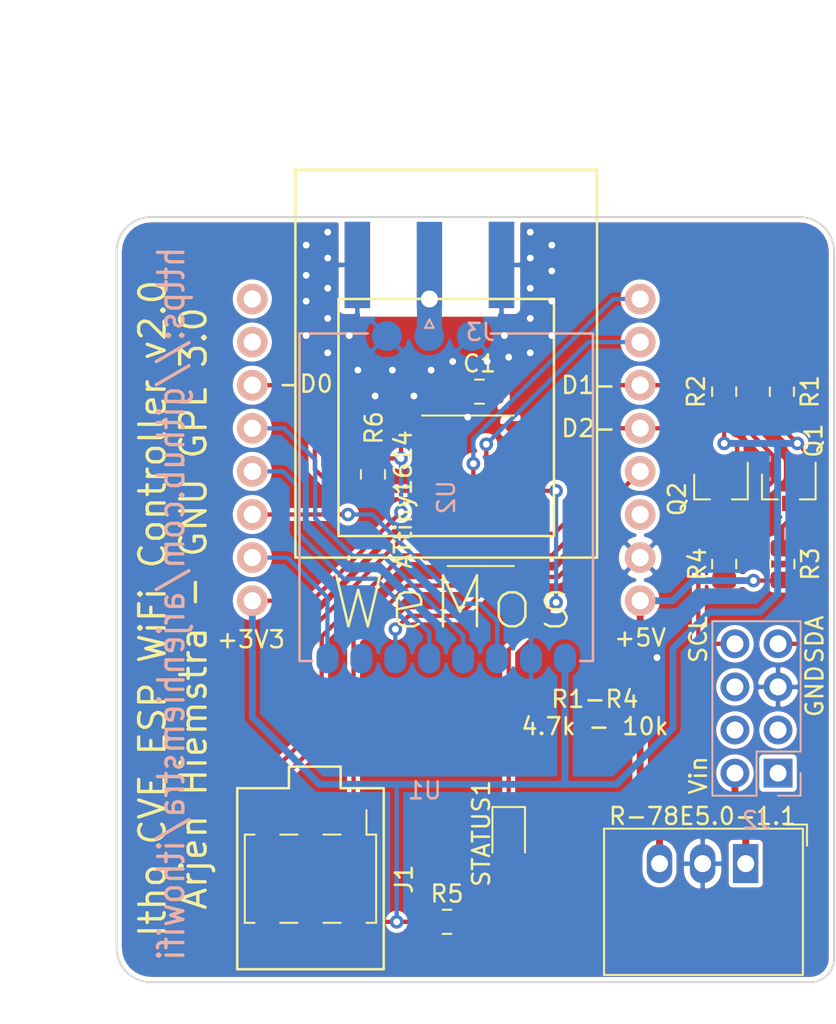
<source format=kicad_pcb>
(kicad_pcb (version 20171130) (host pcbnew "(5.1.5-0-10_14)")
  (layers (0 F.Cu signal) (31 B.Cu signal) (34 B.Paste user) (35 F.Paste user) (36 B.SilkS user) (37 F.SilkS user) (38 B.Mask user) (39 F.Mask user) (44 Edge.Cuts user))
  (net 0 "")
  (net 1 GND)
  (net 2 +5V)
  (net 3 +3V3)
  (net 4 +16V3)
  (net 5 "Net-(J1-Pad3)")
  (net 6 "Net-(U1-Pad9)")
  (net 7 "Net-(U1-Pad10)")
  (net 8 "Net-(U1-Pad3)")
  (net 9 SDA)
  (net 10 SCL)
  (net 11 "Net-(J2-Pad4)")
  (net 12 "Net-(J2-Pad3)")
  (net 13 "Net-(J2-Pad1)")
  (net 14 "Net-(J2-Pad6)")
  (net 15 "Net-(ATtiny1614-Pad13)")
  (net 16 "Net-(ATtiny1614-Pad12)")
  (net 17 "Net-(ATtiny1614-Pad11)")
  (net 18 "Net-(ATtiny1614-Pad10)")
  (net 19 "Net-(ATtiny1614-Pad9)")
  (net 20 "Net-(ATtiny1614-Pad8)")
  (net 21 "Net-(ATtiny1614-Pad7)")
  (net 22 "Net-(ATtiny1614-Pad6)")
  (net 23 "Net-(ATtiny1614-Pad5)")
  (net 24 "Net-(ATtiny1614-Pad4)")
  (net 25 "Net-(ATtiny1614-Pad3)")
  (net 26 "Net-(ATtiny1614-Pad2)")
  (net 27 "Net-(R5-Pad2)")
  (net 28 CLK)
  (net 29 MISO)
  (net 30 MOSI)
  (net 31 CS)
  (net 32 IRQ)
  (net 33 "Net-(J3-Pad1)")
  (net 34 "Net-(U2-Pad7)")
  (module MountingHole:MountingHole_2.5mm_Pad (layer F.Cu) (at 101.4984 109.855)
    (fp_text reference REF** hide)
    (fp_text value MountingHole_2.5mm_Pad hide)
    (pad 1 thru_hole circle (at 0 0) (size 1.4 1.4) (drill 1) (layers *.Cu *.Mask))
  )
  (module Connector_Coaxial:SMA_Amphenol_132289_EdgeMount (layer B.Cu) (at 101.4984 107.8484 90)
    (fp_text reference J3 (at -3.96 3) (layer B.SilkS) (effects (justify mirror)))
    (fp_text value Conn_Coaxial)
    (fp_line (start -3.71 -0.25) (end -3.21 0) (layer B.SilkS) (width 0.12))
    (fp_line (start -3.71 0.25) (end -3.71 -0.25) (layer B.SilkS) (width 0.12))
    (fp_line (start -3.21 0) (end -3.71 0.25) (layer B.SilkS) (width 0.12))
    (pad 2 smd rect (at 0 -4.25) (size 1.5 5.08) (layers F.Cu F.Paste F.Mask) (net 1 GND))
    (pad 2 smd rect (at 0 4.25) (size 1.5 5.08) (layers F.Cu F.Paste F.Mask) (net 1 GND))
    (pad 2 smd rect (at 0 -4.25) (size 1.5 5.08) (layers B.Cu B.Paste B.Mask) (net 1 GND))
    (pad 2 smd rect (at 0 4.25) (size 1.5 5.08) (layers B.Cu B.Paste B.Mask) (net 1 GND))
    (pad 1 smd rect (at 0 0) (size 1.5 5.08) (layers B.Cu B.Paste B.Mask) (net 33 "Net-(J3-Pad1)"))
  )
  (module nrg_watch:CC1101-868MHz-Module (layer B.Cu) (at 102.489 121.539 90)
    (fp_text reference U2 (at 0 0 90) (layer B.SilkS) (effects (justify mirror)))
    (fp_text value CC1101-868MHz-Module)
    (fp_line (start -9.65 8.65) (end 9.65 8.65) (layer B.SilkS) (width 0.15))
    (fp_line (start 9.65 8.65) (end 9.65 2.625) (layer B.SilkS) (width 0.15))
    (fp_line (start 9.65 -4.625) (end 9.65 -8.65) (layer B.SilkS) (width 0.15))
    (fp_line (start 9.65 -8.65) (end -9.65 -8.65) (layer B.SilkS) (width 0.15))
    (fp_line (start -9.65 -8.65) (end -9.65 -7.9) (layer B.SilkS) (width 0.15))
    (fp_line (start -9.65 7.9) (end -9.65 8.65) (layer B.SilkS) (width 0.15))
    (pad 11 smd circle (at 9.5 1.5 90) (size 1.75 1.75) (layers B.Cu B.Paste B.Mask) (net 1 GND))
    (pad 10 smd circle (at 9.5 -1 90) (size 1.75 1.75) (layers B.Cu B.Paste B.Mask) (net 33 "Net-(J3-Pad1)"))
    (pad 9 smd circle (at 9.5 -3.5 90) (size 1.75 1.75) (layers B.Cu B.Paste B.Mask) (net 1 GND))
    (pad 8 smd oval (at -9.5 -7 90) (size 1.75 1.3) (layers B.Cu B.Paste B.Mask) (net 31 CS))
    (pad 7 smd oval (at -9.5 -5 90) (size 1.75 1.3) (layers B.Cu B.Paste B.Mask) (net 34 "Net-(U2-Pad7)"))
    (pad 6 smd oval (at -9.5 -3 90) (size 1.75 1.3) (layers B.Cu B.Paste B.Mask) (net 32 IRQ))
    (pad 5 smd oval (at -9.5 -1 90) (size 1.75 1.3) (layers B.Cu B.Paste B.Mask) (net 29 MISO))
    (pad 4 smd oval (at -9.5 1 90) (size 1.75 1.3) (layers B.Cu B.Paste B.Mask) (net 28 CLK))
    (pad 3 smd oval (at -9.5 3 90) (size 1.75 1.3) (layers B.Cu B.Paste B.Mask) (net 30 MOSI))
    (pad 2 smd oval (at -9.5 5 90) (size 1.75 1.3) (layers B.Cu B.Paste B.Mask) (net 1 GND))
    (pad 1 smd oval (at -9.5 7 90) (size 1.75 1.3) (layers B.Cu B.Paste B.Mask) (net 3 +3V3))
  )
  (module LED_SMD:LED_0805_2012Metric (layer F.Cu) (at 106.172 141.478 270)
    (fp_text reference STATUS1 (at -0.128 1.616 90) (layer F.SilkS))
    (fp_text value LED)
    (fp_line (start -1.685 0.96) (end 1 0.96) (layer F.SilkS) (width 0.12))
    (fp_line (start -1.685 -0.96) (end -1.685 0.96) (layer F.SilkS) (width 0.12))
    (fp_line (start 1 -0.96) (end -1.685 -0.96) (layer F.SilkS) (width 0.12))
    (pad 2 smd roundrect (at 0.9375 0 270) (size 0.975 1.4) (layers F.Cu F.Paste F.Mask) (net 27 "Net-(R5-Pad2)"))
    (pad 1 smd roundrect (at -0.9375 0 270) (size 0.975 1.4) (layers F.Cu F.Paste F.Mask) (net 17 "Net-(ATtiny1614-Pad11)"))
  )
  (module Resistor_SMD:R_0805_2012Metric (layer F.Cu) (at 98.171 120.19 90)
    (fp_text reference R6 (at 2.7404 0.0508 90) (layer F.SilkS))
    (fp_text value R10K)
    (fp_line (start -0.258578 -0.71) (end 0.258578 -0.71) (layer F.SilkS) (width 0.12))
    (fp_line (start -0.258578 0.71) (end 0.258578 0.71) (layer F.SilkS) (width 0.12))
    (pad 1 smd roundrect (at -0.9375 0 90) (size 0.975 1.4) (layers F.Cu F.Paste F.Mask) (net 24 "Net-(ATtiny1614-Pad4)"))
    (pad 2 smd roundrect (at 0.9375 0 90) (size 0.975 1.4) (layers F.Cu F.Paste F.Mask) (net 3 +3V3))
  )
  (module Resistor_SMD:R_0805_2012Metric (layer F.Cu) (at 102.5375 146.558)
    (fp_text reference R5 (at 0 -1.65) (layer F.SilkS))
    (fp_text value R100)
    (fp_line (start -0.258578 0.71) (end 0.258578 0.71) (layer F.SilkS) (width 0.12))
    (fp_line (start -0.258578 -0.71) (end 0.258578 -0.71) (layer F.SilkS) (width 0.12))
    (pad 2 smd roundrect (at 0.9375 0) (size 0.975 1.4) (layers F.Cu F.Paste F.Mask) (net 27 "Net-(R5-Pad2)"))
    (pad 1 smd roundrect (at -0.9375 0) (size 0.975 1.4) (layers F.Cu F.Paste F.Mask) (net 3 +3V3))
  )
  (module Resistor_SMD:R_0805_2012Metric (layer F.Cu) (at 118.872 125.476 270)
    (fp_text reference R4 (at 0 1.5748 90) (layer F.SilkS))
    (fp_text value R10K)
    (fp_line (start -0.258578 0.71) (end 0.258578 0.71) (layer F.SilkS) (width 0.12))
    (fp_line (start -0.258578 -0.71) (end 0.258578 -0.71) (layer F.SilkS) (width 0.12))
    (pad 2 smd roundrect (at 0.9375 0 270) (size 0.975 1.4) (layers F.Cu F.Paste F.Mask) (net 2 +5V))
    (pad 1 smd roundrect (at -0.9375 0 270) (size 0.975 1.4) (layers F.Cu F.Paste F.Mask) (net 10 SCL))
  )
  (module Resistor_SMD:R_0805_2012Metric (layer F.Cu) (at 122.301 125.476 270)
    (fp_text reference R3 (at 0 -1.65 90) (layer F.SilkS))
    (fp_text value R10K)
    (fp_line (start -0.258578 0.71) (end 0.258578 0.71) (layer F.SilkS) (width 0.12))
    (fp_line (start -0.258578 -0.71) (end 0.258578 -0.71) (layer F.SilkS) (width 0.12))
    (pad 2 smd roundrect (at 0.9375 0 270) (size 0.975 1.4) (layers F.Cu F.Paste F.Mask) (net 2 +5V))
    (pad 1 smd roundrect (at -0.9375 0 270) (size 0.975 1.4) (layers F.Cu F.Paste F.Mask) (net 9 SDA))
  )
  (module Resistor_SMD:R_0805_2012Metric (layer F.Cu) (at 118.872 115.313 90)
    (fp_text reference R2 (at 0 -1.65 90) (layer F.SilkS))
    (fp_text value R10K)
    (fp_line (start -0.258578 0.71) (end 0.258578 0.71) (layer F.SilkS) (width 0.12))
    (fp_line (start -0.258578 -0.71) (end 0.258578 -0.71) (layer F.SilkS) (width 0.12))
    (pad 2 smd roundrect (at 0.9375 0 90) (size 0.975 1.4) (layers F.Cu F.Paste F.Mask) (net 19 "Net-(ATtiny1614-Pad9)"))
    (pad 1 smd roundrect (at -0.9375 0 90) (size 0.975 1.4) (layers F.Cu F.Paste F.Mask) (net 3 +3V3))
  )
  (module Resistor_SMD:R_0805_2012Metric (layer F.Cu) (at 122.2756 115.313 270)
    (fp_text reference R1 (at 0 -1.65 90) (layer F.SilkS))
    (fp_text value R10K)
    (fp_line (start -0.258578 0.71) (end 0.258578 0.71) (layer F.SilkS) (width 0.12))
    (fp_line (start -0.258578 -0.71) (end 0.258578 -0.71) (layer F.SilkS) (width 0.12))
    (pad 2 smd roundrect (at 0.9375 0 270) (size 0.975 1.4) (layers F.Cu F.Paste F.Mask) (net 3 +3V3))
    (pad 1 smd roundrect (at -0.9375 0 270) (size 0.975 1.4) (layers F.Cu F.Paste F.Mask) (net 20 "Net-(ATtiny1614-Pad8)"))
  )
  (module Inductor_SMD:L_0805_2012Metric (layer F.Cu) (at 104.45 115.316)
    (fp_text reference C1 (at 0 -1.65) (layer F.SilkS))
    (fp_text value 0,1uF)
    (fp_line (start -0.258578 -0.71) (end 0.258578 -0.71) (layer F.SilkS) (width 0.12))
    (fp_line (start -0.258578 0.71) (end 0.258578 0.71) (layer F.SilkS) (width 0.12))
    (pad 1 smd roundrect (at -0.9375 0) (size 0.975 1.4) (layers F.Cu F.Paste F.Mask) (net 3 +3V3))
    (pad 2 smd roundrect (at 0.9375 0) (size 0.975 1.4) (layers F.Cu F.Paste F.Mask) (net 1 GND))
  )
  (module Package_TO_SOT_SMD:SOT-23 (layer F.Cu) (at 118.684 120.904 270)
    (fp_text reference Q2 (at 0.746 2.584 90) (layer F.SilkS))
    (fp_text value BSS138)
    (fp_line (start 0.76 1.58) (end -0.7 1.58) (layer F.SilkS) (width 0.12))
    (fp_line (start 0.76 -1.58) (end -1.4 -1.58) (layer F.SilkS) (width 0.12))
    (fp_line (start 0.76 -1.58) (end 0.76 -0.65) (layer F.SilkS) (width 0.12))
    (fp_line (start 0.76 1.58) (end 0.76 0.65) (layer F.SilkS) (width 0.12))
    (pad 3 smd rect (at 1 0 270) (size 0.9 0.8) (layers F.Cu F.Paste F.Mask) (net 10 SCL))
    (pad 2 smd rect (at -1 0.95 270) (size 0.9 0.8) (layers F.Cu F.Paste F.Mask) (net 19 "Net-(ATtiny1614-Pad9)"))
    (pad 1 smd rect (at -1 -0.95 270) (size 0.9 0.8) (layers F.Cu F.Paste F.Mask) (net 3 +3V3))
  )
  (module Package_TO_SOT_SMD:SOT-23 (layer F.Cu) (at 122.682 120.904 270)
    (fp_text reference Q1 (at -2.704 -1.468 90) (layer F.SilkS))
    (fp_text value BSS138)
    (fp_line (start 0.76 1.58) (end -0.7 1.58) (layer F.SilkS) (width 0.12))
    (fp_line (start 0.76 -1.58) (end -1.4 -1.58) (layer F.SilkS) (width 0.12))
    (fp_line (start 0.76 -1.58) (end 0.76 -0.65) (layer F.SilkS) (width 0.12))
    (fp_line (start 0.76 1.58) (end 0.76 0.65) (layer F.SilkS) (width 0.12))
    (pad 3 smd rect (at 1 0 270) (size 0.9 0.8) (layers F.Cu F.Paste F.Mask) (net 9 SDA))
    (pad 2 smd rect (at -1 0.95 270) (size 0.9 0.8) (layers F.Cu F.Paste F.Mask) (net 20 "Net-(ATtiny1614-Pad8)"))
    (pad 1 smd rect (at -1 -0.95 270) (size 0.9 0.8) (layers F.Cu F.Paste F.Mask) (net 3 +3V3))
  )
  (module Package_SO:SOIC-14_3.9x8.7mm_P1.27mm (layer F.Cu) (at 104.521 121.158)
    (fp_text reference ATtiny1614 (at -4.572 0.508 90) (layer F.SilkS))
    (fp_text value ATtiny1614-SS)
    (fp_line (start 0 4.435) (end 1.95 4.435) (layer F.SilkS) (width 0.12))
    (fp_line (start 0 4.435) (end -1.95 4.435) (layer F.SilkS) (width 0.12))
    (fp_line (start 0 -4.435) (end 1.95 -4.435) (layer F.SilkS) (width 0.12))
    (fp_line (start 0 -4.435) (end -3.45 -4.435) (layer F.SilkS) (width 0.12))
    (pad 1 smd roundrect (at -2.475 -3.81) (size 1.95 0.6) (layers F.Cu F.Paste F.Mask) (net 3 +3V3))
    (pad 2 smd roundrect (at -2.475 -2.54) (size 1.95 0.6) (layers F.Cu F.Paste F.Mask) (net 26 "Net-(ATtiny1614-Pad2)"))
    (pad 3 smd roundrect (at -2.475 -1.27) (size 1.95 0.6) (layers F.Cu F.Paste F.Mask) (net 25 "Net-(ATtiny1614-Pad3)"))
    (pad 4 smd roundrect (at -2.475 0) (size 1.95 0.6) (layers F.Cu F.Paste F.Mask) (net 24 "Net-(ATtiny1614-Pad4)"))
    (pad 5 smd roundrect (at -2.475 1.27) (size 1.95 0.6) (layers F.Cu F.Paste F.Mask) (net 23 "Net-(ATtiny1614-Pad5)"))
    (pad 6 smd roundrect (at -2.475 2.54) (size 1.95 0.6) (layers F.Cu F.Paste F.Mask) (net 22 "Net-(ATtiny1614-Pad6)"))
    (pad 7 smd roundrect (at -2.475 3.81) (size 1.95 0.6) (layers F.Cu F.Paste F.Mask) (net 21 "Net-(ATtiny1614-Pad7)"))
    (pad 8 smd roundrect (at 2.475 3.81) (size 1.95 0.6) (layers F.Cu F.Paste F.Mask) (net 20 "Net-(ATtiny1614-Pad8)"))
    (pad 9 smd roundrect (at 2.475 2.54) (size 1.95 0.6) (layers F.Cu F.Paste F.Mask) (net 19 "Net-(ATtiny1614-Pad9)"))
    (pad 10 smd roundrect (at 2.475 1.27) (size 1.95 0.6) (layers F.Cu F.Paste F.Mask) (net 18 "Net-(ATtiny1614-Pad10)"))
    (pad 11 smd roundrect (at 2.475 0) (size 1.95 0.6) (layers F.Cu F.Paste F.Mask) (net 17 "Net-(ATtiny1614-Pad11)"))
    (pad 12 smd roundrect (at 2.475 -1.27) (size 1.95 0.6) (layers F.Cu F.Paste F.Mask) (net 16 "Net-(ATtiny1614-Pad12)"))
    (pad 13 smd roundrect (at 2.475 -2.54) (size 1.95 0.6) (layers F.Cu F.Paste F.Mask) (net 15 "Net-(ATtiny1614-Pad13)"))
    (pad 14 smd roundrect (at 2.475 -3.81) (size 1.95 0.6) (layers F.Cu F.Paste F.Mask) (net 1 GND))
  )
  (module Connector_PinHeader_2.54mm:PinHeader_2x03_P2.54mm_Vertical_SMD (layer F.Cu) (at 94.488 144.018 270)
    (fp_text reference J1 (at 0.0254 -5.5118 90) (layer F.SilkS))
    (fp_text value Conn_02x03_Odd_Even)
    (fp_line (start 2.6 0.76) (end 2.6 1.78) (layer F.SilkS) (width 0.12))
    (fp_line (start -2.6 0.76) (end -2.6 1.78) (layer F.SilkS) (width 0.12))
    (fp_line (start 2.6 -1.78) (end 2.6 -0.76) (layer F.SilkS) (width 0.12))
    (fp_line (start -2.6 -1.78) (end -2.6 -0.76) (layer F.SilkS) (width 0.12))
    (fp_line (start 2.6 3.3) (end 2.6 3.87) (layer F.SilkS) (width 0.12))
    (fp_line (start -2.6 3.3) (end -2.6 3.87) (layer F.SilkS) (width 0.12))
    (fp_line (start 2.6 -3.87) (end 2.6 -3.3) (layer F.SilkS) (width 0.12))
    (fp_line (start -2.6 -3.87) (end -2.6 -3.3) (layer F.SilkS) (width 0.12))
    (fp_line (start -4.04 -3.3) (end -2.6 -3.3) (layer F.SilkS) (width 0.12))
    (fp_line (start -2.6 3.87) (end 2.6 3.87) (layer F.SilkS) (width 0.12))
    (fp_line (start -2.6 -3.87) (end 2.6 -3.87) (layer F.SilkS) (width 0.12))
    (pad 6 smd rect (at 2.525 2.54 270) (size 3.15 1) (layers F.Cu F.Paste F.Mask) (net 1 GND))
    (pad 5 smd rect (at -2.525 2.54 270) (size 3.15 1) (layers F.Cu F.Paste F.Mask) (net 21 "Net-(ATtiny1614-Pad7)"))
    (pad 4 smd rect (at 2.525 0 270) (size 3.15 1) (layers F.Cu F.Paste F.Mask) (net 22 "Net-(ATtiny1614-Pad6)"))
    (pad 3 smd rect (at -2.525 0 270) (size 3.15 1) (layers F.Cu F.Paste F.Mask) (net 5 "Net-(J1-Pad3)"))
    (pad 2 smd rect (at 2.525 -2.54 270) (size 3.15 1) (layers F.Cu F.Paste F.Mask) (net 3 +3V3))
    (pad 1 smd rect (at -2.525 -2.54 270) (size 3.15 1) (layers F.Cu F.Paste F.Mask) (net 18 "Net-(ATtiny1614-Pad10)"))
  )
  (module Converter_DCDC:Converter_DCDC_RECOM_R-78E-0.5_THT (layer F.Cu) (at 120.142 143.129 180)
    (fp_text reference R-78E5.0-1.1 (at 2.54 2.794) (layer F.SilkS))
    (fp_text value U2)
    (fp_line (start -3.611 2.3) (end -2.371 2.3) (layer F.SilkS) (width 0.12))
    (fp_line (start -3.611 1.06) (end -3.611 2.3) (layer F.SilkS) (width 0.12))
    (fp_line (start 8.35 -6.56) (end 8.35 2.06) (layer F.SilkS) (width 0.12))
    (fp_line (start -3.371 -6.56) (end -3.371 2.06) (layer F.SilkS) (width 0.12))
    (fp_line (start -3.371 2.06) (end 8.35 2.06) (layer F.SilkS) (width 0.12))
    (fp_line (start -3.371 -6.56) (end 8.35 -6.56) (layer F.SilkS) (width 0.12))
    (pad 3 thru_hole oval (at 5.08 0 180) (size 1.5 2.3) (drill 1) (layers *.Cu *.Mask) (net 2 +5V))
    (pad 2 thru_hole oval (at 2.54 0 180) (size 1.5 2.3) (drill 1) (layers *.Cu *.Mask) (net 1 GND))
    (pad 1 thru_hole rect (at 0 0 180) (size 1.5 2.3) (drill 1) (layers *.Cu *.Mask) (net 4 +16V3))
  )
  (module wemos_d1_mini:D1_mini_board (layer B.Cu) (at 102.489 120.015 180)
    (fp_text reference U1 (at 1.27 -18.81 180) (layer B.SilkS) (effects (justify mirror)))
    (fp_text value WeMos_mini)
    (fp_line (start -8.89 17.78) (end -8.89 -5.08) (layer F.SilkS) (width 0.15))
    (fp_line (start 8.89 17.78) (end -8.89 17.78) (layer F.SilkS) (width 0.15))
    (fp_line (start 8.89 -5.08) (end 8.89 17.78) (layer F.SilkS) (width 0.15))
    (fp_line (start -8.89 -5.08) (end 8.89 -5.08) (layer F.SilkS) (width 0.15))
    (fp_line (start 6.35 -3.81) (end -6.35 -3.81) (layer F.SilkS) (width 0.15))
    (fp_line (start 6.35 10.16) (end 6.35 -3.81) (layer F.SilkS) (width 0.15))
    (fp_line (start -6.35 10.16) (end 6.35 10.16) (layer F.SilkS) (width 0.15))
    (fp_line (start -6.35 -3.81) (end -6.35 10.16) (layer F.SilkS) (width 0.15))
    (fp_text user WeMos (at -0.381 -7.747 180) (layer F.SilkS) (effects (font (size 2.999999 2.999999))))
    (pad 9 thru_hole circle (at 11.43 10.16 180) (size 1.8 1.8) (drill 1.016) (layers *.Cu *.Mask B.SilkS) (net 6 "Net-(U1-Pad9)"))
    (pad 10 thru_hole circle (at 11.43 7.62 180) (size 1.8 1.8) (drill 1.016) (layers *.Cu *.Mask B.SilkS) (net 7 "Net-(U1-Pad10)"))
    (pad 11 thru_hole circle (at 11.43 5.08 180) (size 1.8 1.8) (drill 1.016) (layers *.Cu *.Mask B.SilkS) (net 24 "Net-(ATtiny1614-Pad4)"))
    (pad 12 thru_hole circle (at 11.43 2.54 180) (size 1.8 1.8) (drill 1.016) (layers *.Cu *.Mask B.SilkS) (net 28 CLK))
    (pad 13 thru_hole circle (at 11.43 0 180) (size 1.8 1.8) (drill 1.016) (layers *.Cu *.Mask B.SilkS) (net 29 MISO))
    (pad 14 thru_hole circle (at 11.43 -2.54 180) (size 1.8 1.8) (drill 1.016) (layers *.Cu *.Mask B.SilkS) (net 30 MOSI))
    (pad 15 thru_hole circle (at 11.43 -5.08 180) (size 1.8 1.8) (drill 1.016) (layers *.Cu *.Mask B.SilkS) (net 31 CS))
    (pad 16 thru_hole circle (at 11.43 -7.62 180) (size 1.8 1.8) (drill 1.016) (layers *.Cu *.Mask B.SilkS) (net 3 +3V3))
    (pad 1 thru_hole circle (at -11.43 -7.62 180) (size 1.8 1.8) (drill 1.016) (layers *.Cu *.Mask B.SilkS) (net 2 +5V))
    (pad 2 thru_hole circle (at -11.43 -5.08 180) (size 1.8 1.8) (drill 1.016) (layers *.Cu *.Mask B.SilkS) (net 1 GND))
    (pad 3 thru_hole circle (at -11.43 -2.54 180) (size 1.8 1.8) (drill 1.016) (layers *.Cu *.Mask B.SilkS) (net 8 "Net-(U1-Pad3)"))
    (pad 4 thru_hole circle (at -11.43 0 180) (size 1.8 1.8) (drill 1.016) (layers *.Cu *.Mask B.SilkS) (net 32 IRQ))
    (pad 5 thru_hole circle (at -11.43 2.54 180) (size 1.8 1.8) (drill 1.016) (layers *.Cu *.Mask B.SilkS) (net 20 "Net-(ATtiny1614-Pad8)"))
    (pad 6 thru_hole circle (at -11.43 5.08 180) (size 1.8 1.8) (drill 1.016) (layers *.Cu *.Mask B.SilkS) (net 19 "Net-(ATtiny1614-Pad9)"))
    (pad 7 thru_hole circle (at -11.43 7.62 180) (size 1.8 1.8) (drill 1.016) (layers *.Cu *.Mask B.SilkS) (net 21 "Net-(ATtiny1614-Pad7)"))
    (pad 8 thru_hole circle (at -11.43 10.16 180) (size 1.8 1.8) (drill 1.016) (layers *.Cu *.Mask B.SilkS) (net 22 "Net-(ATtiny1614-Pad6)"))
  )
  (module Connector_PinSocket_2.54mm:PinSocket_2x04_P2.54mm_Vertical (layer B.Cu) (at 122.047 137.795)
    (fp_text reference J2 (at -1.27 2.77) (layer B.SilkS) (effects (justify mirror)))
    (fp_text value conn)
    (fp_line (start -3.87 1.33) (end -1.27 1.33) (layer B.SilkS) (width 0.12))
    (fp_line (start -3.87 1.33) (end -3.87 -8.95) (layer B.SilkS) (width 0.12))
    (fp_line (start -3.87 -8.95) (end 1.33 -8.95) (layer B.SilkS) (width 0.12))
    (fp_line (start 1.33 -1.27) (end 1.33 -8.95) (layer B.SilkS) (width 0.12))
    (fp_line (start -1.27 -1.27) (end 1.33 -1.27) (layer B.SilkS) (width 0.12))
    (fp_line (start -1.27 1.33) (end -1.27 -1.27) (layer B.SilkS) (width 0.12))
    (fp_line (start 1.33 1.33) (end 1.33 0) (layer B.SilkS) (width 0.12))
    (fp_line (start 0 1.33) (end 1.33 1.33) (layer B.SilkS) (width 0.12))
    (pad 1 thru_hole rect (at 0 0) (size 1.7 1.7) (drill 1) (layers *.Cu *.Mask) (net 13 "Net-(J2-Pad1)"))
    (pad 2 thru_hole oval (at -2.54 0) (size 1.7 1.7) (drill 1) (layers *.Cu *.Mask) (net 4 +16V3))
    (pad 3 thru_hole oval (at 0 -2.54) (size 1.7 1.7) (drill 1) (layers *.Cu *.Mask) (net 12 "Net-(J2-Pad3)"))
    (pad 4 thru_hole oval (at -2.54 -2.54) (size 1.7 1.7) (drill 1) (layers *.Cu *.Mask) (net 11 "Net-(J2-Pad4)"))
    (pad 5 thru_hole oval (at 0 -5.08) (size 1.7 1.7) (drill 1) (layers *.Cu *.Mask) (net 1 GND))
    (pad 6 thru_hole oval (at -2.54 -5.08) (size 1.7 1.7) (drill 1) (layers *.Cu *.Mask) (net 14 "Net-(J2-Pad6)"))
    (pad 7 thru_hole oval (at 0 -7.62) (size 1.7 1.7) (drill 1) (layers *.Cu *.Mask) (net 9 SDA))
    (pad 8 thru_hole oval (at -2.54 -7.62) (size 1.7 1.7) (drill 1) (layers *.Cu *.Mask) (net 10 SCL))
  )
  (gr_text -D0 (at 94.2086 114.8588) (layer F.SilkS) (effects (font (size 1 1))))
  (gr_text https://github.com/arjenhiemstra/ithowifi (at 86.2838 127.8128 90) (layer B.SilkS) (effects (font (size 1.5 1.3) (thickness 0.2)) (justify mirror)))
  (gr_line (start 98.806 149.352) (end 98.806 138.684) (layer F.SilkS) (width 0.15))
  (gr_line (start 90.17 149.352) (end 98.806 149.352) (layer F.SilkS) (width 0.15))
  (gr_line (start 90.17 138.684) (end 90.17 149.352) (layer F.SilkS) (width 0.15))
  (gr_line (start 93.218 138.684) (end 90.17 138.684) (layer F.SilkS) (width 0.15))
  (gr_line (start 93.218 137.414) (end 93.218 138.684) (layer F.SilkS) (width 0.15))
  (gr_line (start 96.266 137.414) (end 93.218 137.414) (layer F.SilkS) (width 0.15))
  (gr_line (start 96.266 138.684) (end 96.266 137.414) (layer F.SilkS) (width 0.15))
  (gr_line (start 98.806 138.684) (end 96.266 138.684) (layer F.SilkS) (width 0.15))
  (gr_text D2- (at 110.871 117.475) (layer F.SilkS) (effects (font (size 1 1))))
  (gr_text "D1-\n" (at 110.871 114.935) (layer F.SilkS) (effects (font (size 1 1))))
  (gr_text +3V3 (at 90.9828 129.921) (layer F.SilkS) (effects (font (size 1 1))))
  (gr_text +5V (at 113.919 129.8194) (layer F.SilkS) (effects (font (size 1 1))))
  (gr_text "R1-R4\n4.7k - 10k" (at 111.252 134.239) (layer F.SilkS) (effects (font (size 1 1))))
  (gr_text Vin (at 117.348 137.922 90) (layer F.SilkS) (effects (font (size 1 1))))
  (gr_text GND (at 124.206 132.969 90) (layer F.SilkS) (effects (font (size 1 1))))
  (gr_text SCL (at 117.348 129.921 90) (layer F.SilkS) (effects (font (size 1 1))))
  (gr_text "SDA\n" (at 124.206 129.921 90) (layer F.SilkS) (effects (font (size 1 1))))
  (gr_text "Itho CVE ESP WiFi Controller v2.0\nArjen Hiemstra - GNU GPL 3.0\n" (at 86.3854 128.0922 90) (layer F.SilkS) (effects (font (size 1.5 1.5) (thickness 0.2))))
  (gr_arc (start 123.952 148.717) (end 123.952 150.114) (angle -90) (layer Edge.Cuts) (width 0.12))
  (gr_arc (start 85.09 148.082) (end 83.058 148.082) (angle -90) (layer Edge.Cuts) (width 0.12))
  (gr_arc (start 123.317 107.061) (end 125.349 107.061) (angle -90) (layer Edge.Cuts) (width 0.12))
  (gr_arc (start 85.09 107.061) (end 85.09 105.029) (angle -90) (layer Edge.Cuts) (width 0.12))
  (gr_line (start 83.058 148.082) (end 83.058 107.061) (layer Edge.Cuts) (width 0.12))
  (gr_line (start 123.952 150.114) (end 85.09 150.114) (layer Edge.Cuts) (width 0.12))
  (gr_line (start 125.349 107.061) (end 125.349 148.717) (layer Edge.Cuts) (width 0.12))
  (gr_line (start 85.09 105.029) (end 123.317 105.029) (layer Edge.Cuts) (width 0.12))
  (via (at 95.504 105.918) (size 0.8) (drill 0.4) (layers F.Cu B.Cu) (net 1))
  (via (at 95.504 107.442) (size 0.8) (drill 0.4) (layers F.Cu B.Cu) (net 1))
  (via (at 95.504 109.22) (size 0.8) (drill 0.4) (layers F.Cu B.Cu) (net 1))
  (via (at 95.504 110.998) (size 0.8) (drill 0.4) (layers F.Cu B.Cu) (net 1))
  (via (at 95.504 113.03) (size 0.8) (drill 0.4) (layers F.Cu B.Cu) (net 1))
  (via (at 96.774 112.014) (size 0.8) (drill 0.4) (layers F.Cu B.Cu) (net 1))
  (via (at 94.234 106.68) (size 0.8) (drill 0.4) (layers F.Cu B.Cu) (net 1))
  (via (at 94.234 108.458) (size 0.8) (drill 0.4) (layers F.Cu B.Cu) (net 1))
  (via (at 94.234 109.982) (size 0.8) (drill 0.4) (layers F.Cu B.Cu) (net 1))
  (via (at 94.234 112.014) (size 0.8) (drill 0.4) (layers F.Cu B.Cu) (net 1))
  (via (at 107.442 105.918) (size 0.8) (drill 0.4) (layers F.Cu B.Cu) (net 1))
  (via (at 107.442 107.442) (size 0.8) (drill 0.4) (layers F.Cu B.Cu) (net 1))
  (via (at 107.442 109.22) (size 0.8) (drill 0.4) (layers F.Cu B.Cu) (net 1))
  (via (at 107.442 110.998) (size 0.8) (drill 0.4) (layers F.Cu B.Cu) (net 1))
  (via (at 107.442 113.03) (size 0.8) (drill 0.4) (layers F.Cu B.Cu) (net 1))
  (via (at 105.918 112.014) (size 0.8) (drill 0.4) (layers F.Cu B.Cu) (net 1))
  (via (at 108.712 109.982) (size 0.8) (drill 0.4) (layers F.Cu B.Cu) (net 1))
  (via (at 108.712 108.204) (size 0.8) (drill 0.4) (layers F.Cu B.Cu) (net 1))
  (via (at 108.712 106.68) (size 0.8) (drill 0.4) (layers F.Cu B.Cu) (net 1))
  (via (at 97.282 114.046) (size 0.8) (drill 0.4) (layers F.Cu B.Cu) (net 1))
  (via (at 99.314 114.046) (size 0.8) (drill 0.4) (layers F.Cu B.Cu) (net 1))
  (via (at 101.6 114.046) (size 0.8) (drill 0.4) (layers F.Cu B.Cu) (net 1))
  (via (at 100.584 115.57) (size 0.8) (drill 0.4) (layers F.Cu B.Cu) (net 1))
  (via (at 98.298 115.57) (size 0.8) (drill 0.4) (layers F.Cu B.Cu) (net 1))
  (via (at 102.87 113.538) (size 0.8) (drill 0.4) (layers F.Cu B.Cu) (net 1))
  (via (at 104.902 113.538) (size 0.8) (drill 0.4) (layers F.Cu B.Cu) (net 1))
  (via (at 106.172 113.284) (size 0.8) (drill 0.4) (layers F.Cu B.Cu) (net 1))
  (via (at 108.712 112.014) (size 0.8) (drill 0.4) (layers F.Cu B.Cu) (net 1))
  (via (at 114.9096 130.9878) (size 0.8) (drill 0.4) (layers F.Cu B.Cu) (net 1))
  (via (at 103.759 116.8146) (size 0.8) (drill 0.4) (layers F.Cu B.Cu) (net 1))
  (segment (start 113.919 140.4296) (end 113.919 127.635) (width 0.4064) (layer F.Cu) (net 2))
  (segment (start 115.062 141.5726) (end 113.919 140.4296) (width 0.4064) (layer F.Cu) (net 2))
  (segment (start 115.062 143.129) (end 115.062 141.5726) (width 0.4064) (layer F.Cu) (net 2))
  (via (at 120.6 126.45) (size 0.8) (drill 0.4) (layers F.Cu B.Cu) (net 2))
  (segment (start 118.9085 126.45) (end 118.872 126.4135) (width 0.254) (layer F.Cu) (net 2))
  (segment (start 120.6 126.45) (end 118.9085 126.45) (width 0.254) (layer F.Cu) (net 2))
  (segment (start 122.2645 126.45) (end 122.301 126.4135) (width 0.254) (layer F.Cu) (net 2))
  (segment (start 120.6 126.45) (end 122.2645 126.45) (width 0.254) (layer F.Cu) (net 2))
  (segment (start 120.6 126.45) (end 117.0344 126.45) (width 0.4064) (layer B.Cu) (net 2))
  (segment (start 115.8494 127.635) (end 113.919 127.635) (width 0.4064) (layer B.Cu) (net 2))
  (segment (start 117.0344 126.45) (end 115.8494 127.635) (width 0.4064) (layer B.Cu) (net 2))
  (via (at 123.19 118.364) (size 0.8) (drill 0.4) (layers F.Cu B.Cu) (net 3))
  (via (at 118.872 118.364) (size 0.8) (drill 0.4) (layers F.Cu B.Cu) (net 3))
  (segment (start 97.043 146.558) (end 97.028 146.543) (width 0.254) (layer F.Cu) (net 3))
  (via (at 99.821996 119.253) (size 0.8) (drill 0.4) (layers F.Cu B.Cu) (net 3))
  (segment (start 99.821496 119.2525) (end 99.821996 119.253) (width 0.254) (layer F.Cu) (net 3))
  (segment (start 98.171 119.2525) (end 99.821496 119.2525) (width 0.254) (layer F.Cu) (net 3))
  (segment (start 100.457 117.348) (end 99.821996 117.983004) (width 0.254) (layer F.Cu) (net 3))
  (segment (start 99.821996 117.983004) (end 99.821996 119.253) (width 0.254) (layer F.Cu) (net 3))
  (segment (start 102.046 117.348) (end 100.457 117.348) (width 0.254) (layer F.Cu) (net 3))
  (segment (start 91.059 127.635) (end 91.059 134.493) (width 0.4064) (layer B.Cu) (net 3))
  (segment (start 91.059 134.493) (end 95.0214 138.4554) (width 0.4064) (layer B.Cu) (net 3))
  (via (at 99.568 146.558) (size 0.8) (drill 0.4) (layers F.Cu B.Cu) (net 3))
  (segment (start 99.568 146.558) (end 97.043 146.558) (width 0.254) (layer F.Cu) (net 3))
  (segment (start 99.5426 138.4554) (end 99.568 138.4808) (width 0.254) (layer B.Cu) (net 3))
  (segment (start 95.0214 138.4554) (end 99.5426 138.4554) (width 0.4064) (layer B.Cu) (net 3))
  (segment (start 99.568 138.4808) (end 99.568 146.558) (width 0.254) (layer B.Cu) (net 3))
  (segment (start 99.5426 138.4554) (end 109.4994 138.4554) (width 0.4064) (layer B.Cu) (net 3))
  (segment (start 118.872 118.364) (end 123.19 118.364) (width 0.4064) (layer B.Cu) (net 3))
  (segment (start 109.5092 138.4456) (end 109.4994 138.4554) (width 0.4064) (layer B.Cu) (net 3))
  (segment (start 99.568 146.558) (end 101.6 146.558) (width 0.254) (layer F.Cu) (net 3))
  (segment (start 120.9802 128.2954) (end 122.0216 127.254) (width 0.4064) (layer B.Cu) (net 3))
  (segment (start 122.0216 127.254) (end 122.0216 118.364) (width 0.4064) (layer B.Cu) (net 3))
  (segment (start 118.0084 128.2954) (end 120.9802 128.2954) (width 0.4064) (layer B.Cu) (net 3))
  (segment (start 122.0216 118.364) (end 121.6152 118.364) (width 0.4064) (layer B.Cu) (net 3))
  (segment (start 115.8494 130.4544) (end 118.0084 128.2954) (width 0.4064) (layer B.Cu) (net 3))
  (segment (start 115.8494 135.128) (end 115.8494 130.4544) (width 0.4064) (layer B.Cu) (net 3))
  (segment (start 112.522 138.4554) (end 115.8494 135.128) (width 0.4064) (layer B.Cu) (net 3))
  (segment (start 109.4994 138.4554) (end 112.522 138.4554) (width 0.4064) (layer B.Cu) (net 3))
  (segment (start 109.489 138.445) (end 109.489 131.039) (width 0.4064) (layer B.Cu) (net 3))
  (segment (start 109.4994 138.4554) (end 109.489 138.445) (width 0.4064) (layer B.Cu) (net 3))
  (segment (start 102.046 117.348) (end 102.046 115.886) (width 0.254) (layer F.Cu) (net 3))
  (segment (start 102.616 115.316) (end 103.5125 115.316) (width 0.254) (layer F.Cu) (net 3))
  (segment (start 102.046 115.886) (end 102.616 115.316) (width 0.254) (layer F.Cu) (net 3))
  (segment (start 118.872 116.2505) (end 118.872 118.364) (width 0.254) (layer F.Cu) (net 3))
  (segment (start 119.437685 118.364) (end 119.634 118.560315) (width 0.254) (layer F.Cu) (net 3))
  (segment (start 118.872 118.364) (end 119.437685 118.364) (width 0.254) (layer F.Cu) (net 3))
  (segment (start 119.634 118.560315) (end 119.634 119.904) (width 0.254) (layer F.Cu) (net 3))
  (segment (start 122.2756 117.4496) (end 123.19 118.364) (width 0.254) (layer F.Cu) (net 3))
  (segment (start 122.2756 116.2505) (end 122.2756 117.4496) (width 0.254) (layer F.Cu) (net 3))
  (segment (start 123.632 118.806) (end 123.19 118.364) (width 0.254) (layer F.Cu) (net 3))
  (segment (start 123.632 119.904) (end 123.632 118.806) (width 0.254) (layer F.Cu) (net 3))
  (segment (start 94.5896 127.635) (end 99.422001 122.802599) (width 0.254) (layer F.Cu) (net 3))
  (segment (start 99.422001 122.802599) (end 99.822 122.4026) (width 0.254) (layer F.Cu) (net 3))
  (segment (start 91.059 127.635) (end 94.5896 127.635) (width 0.254) (layer F.Cu) (net 3))
  (segment (start 99.821996 119.253) (end 99.821996 122.402596) (width 0.254) (layer B.Cu) (net 3))
  (segment (start 99.821996 122.402596) (end 99.822 122.4026) (width 0.254) (layer B.Cu) (net 3))
  (via (at 99.822 122.4026) (size 0.8) (drill 0.4) (layers F.Cu B.Cu) (net 3))
  (segment (start 120.142 143.129) (end 120.142 141.351) (width 0.4064) (layer F.Cu) (net 4))
  (segment (start 119.507 140.716) (end 119.507 137.795) (width 0.4064) (layer F.Cu) (net 4))
  (segment (start 120.142 141.351) (end 119.507 140.716) (width 0.4064) (layer F.Cu) (net 4))
  (segment (start 123.317 130.175) (end 122.047 130.175) (width 0.254) (layer F.Cu) (net 9))
  (segment (start 123.825 129.667) (end 123.317 130.175) (width 0.254) (layer F.Cu) (net 9))
  (segment (start 122.682 122.899) (end 122.301 123.28) (width 0.254) (layer F.Cu) (net 9))
  (segment (start 122.682 121.904) (end 122.682 122.899) (width 0.254) (layer F.Cu) (net 9))
  (segment (start 122.301 124.5385) (end 122.301 123.28) (width 0.254) (layer F.Cu) (net 9))
  (segment (start 123.825 129.667) (end 123.825 124.925) (width 0.254) (layer F.Cu) (net 9))
  (segment (start 123.4385 124.5385) (end 122.301 124.5385) (width 0.254) (layer F.Cu) (net 9))
  (segment (start 123.825 124.925) (end 123.4385 124.5385) (width 0.254) (layer F.Cu) (net 9))
  (segment (start 117.348 129.794) (end 117.729 130.175) (width 0.254) (layer F.Cu) (net 10))
  (segment (start 117.729 130.175) (end 119.507 130.175) (width 0.254) (layer F.Cu) (net 10))
  (segment (start 118.684 122.875) (end 118.872 123.063) (width 0.254) (layer F.Cu) (net 10))
  (segment (start 118.684 121.904) (end 118.684 122.875) (width 0.254) (layer F.Cu) (net 10))
  (segment (start 118.872 124.5385) (end 118.872 123.063) (width 0.254) (layer F.Cu) (net 10))
  (segment (start 117.348 129.794) (end 117.348 124.902) (width 0.254) (layer F.Cu) (net 10))
  (segment (start 117.7115 124.5385) (end 118.872 124.5385) (width 0.254) (layer F.Cu) (net 10))
  (segment (start 117.348 124.902) (end 117.7115 124.5385) (width 0.254) (layer F.Cu) (net 10))
  (via (at 108.966 121.158) (size 0.8) (drill 0.4) (layers F.Cu B.Cu) (net 17))
  (segment (start 106.996 121.158) (end 108.966 121.158) (width 0.25) (layer F.Cu) (net 17))
  (segment (start 106.172 140.5405) (end 106.172 130.5306) (width 0.254) (layer F.Cu) (net 17))
  (via (at 108.966 127.7366) (size 0.8) (drill 0.4) (layers F.Cu B.Cu) (net 17))
  (segment (start 106.172 130.5306) (end 108.566001 128.136599) (width 0.254) (layer F.Cu) (net 17))
  (segment (start 108.966 121.158) (end 108.966 127.7366) (width 0.25) (layer B.Cu) (net 17))
  (segment (start 108.566001 128.136599) (end 108.966 127.7366) (width 0.254) (layer F.Cu) (net 17))
  (segment (start 105.537 122.682) (end 105.537 124.46) (width 0.254) (layer F.Cu) (net 18))
  (segment (start 105.791 122.428) (end 105.537 122.682) (width 0.254) (layer F.Cu) (net 18))
  (segment (start 106.996 122.428) (end 105.791 122.428) (width 0.254) (layer F.Cu) (net 18))
  (segment (start 102.616 124.841) (end 102.362 125.095) (width 0.254) (layer F.Cu) (net 21))
  (segment (start 102.347 125.11) (end 102.616 124.841) (width 0.254) (layer F.Cu) (net 21))
  (segment (start 97.028 134.534) (end 97.028 132.969) (width 0.25) (layer F.Cu) (net 18))
  (segment (start 97.028 134.534) (end 97.028 141.493) (width 0.254) (layer F.Cu) (net 18))
  (segment (start 97.028 132.969) (end 97.028 129.921) (width 0.254) (layer F.Cu) (net 18))
  (segment (start 97.028 129.921) (end 100.203 126.746) (width 0.254) (layer F.Cu) (net 18))
  (segment (start 103.251 126.746) (end 105.537 124.46) (width 0.254) (layer F.Cu) (net 18))
  (segment (start 100.203 126.746) (end 103.251 126.746) (width 0.254) (layer F.Cu) (net 18))
  (segment (start 115.697 114.935) (end 113.919 114.935) (width 0.254) (layer F.Cu) (net 19))
  (segment (start 117.734 118.623) (end 116.967 117.856) (width 0.254) (layer F.Cu) (net 19))
  (segment (start 117.734 119.904) (end 117.734 118.623) (width 0.254) (layer F.Cu) (net 19))
  (segment (start 115.697 114.935) (end 116.967 114.935) (width 0.254) (layer F.Cu) (net 19))
  (segment (start 116.967 117.856) (end 116.967 114.935) (width 0.254) (layer F.Cu) (net 19))
  (segment (start 112.691999 114.935) (end 113.919 114.935) (width 0.254) (layer F.Cu) (net 19))
  (segment (start 112.268 114.935) (end 112.691999 114.935) (width 0.254) (layer F.Cu) (net 19))
  (segment (start 110.109 117.094) (end 112.268 114.935) (width 0.254) (layer F.Cu) (net 19))
  (segment (start 110.109 119.888) (end 110.109 117.094) (width 0.254) (layer F.Cu) (net 19))
  (segment (start 116.967 114.935) (end 116.967 114.733) (width 0.254) (layer F.Cu) (net 19))
  (segment (start 117.3245 114.3755) (end 118.872 114.3755) (width 0.254) (layer F.Cu) (net 19))
  (segment (start 116.967 114.733) (end 117.3245 114.3755) (width 0.254) (layer F.Cu) (net 19))
  (segment (start 108.712 123.698) (end 108.839 123.698) (width 0.254) (layer F.Cu) (net 19))
  (segment (start 106.996 123.698) (end 108.712 123.698) (width 0.254) (layer F.Cu) (net 19))
  (segment (start 108.83759 123.698) (end 108.712 123.698) (width 0.25) (layer F.Cu) (net 19))
  (segment (start 110.109 122.42659) (end 108.83759 123.698) (width 0.25) (layer F.Cu) (net 19))
  (segment (start 110.109 119.888) (end 110.109 122.42659) (width 0.25) (layer F.Cu) (net 19))
  (segment (start 113.919 117.475) (end 115.443 117.475) (width 0.254) (layer F.Cu) (net 20))
  (segment (start 115.443 117.475) (end 116.078 118.11) (width 0.254) (layer F.Cu) (net 20))
  (segment (start 116.078 118.11) (end 116.078 120.142) (width 0.254) (layer F.Cu) (net 20))
  (segment (start 116.078 120.142) (end 116.84 120.904) (width 0.254) (layer F.Cu) (net 20))
  (segment (start 121.732 120.608) (end 121.732 119.904) (width 0.254) (layer F.Cu) (net 20))
  (segment (start 121.436 120.904) (end 121.732 120.608) (width 0.254) (layer F.Cu) (net 20))
  (segment (start 116.84 120.904) (end 121.436 120.904) (width 0.254) (layer F.Cu) (net 20))
  (segment (start 121.732 119.904) (end 121.732 119.065) (width 0.254) (layer F.Cu) (net 20))
  (segment (start 121.732 119.065) (end 120.523 117.856) (width 0.254) (layer F.Cu) (net 20))
  (segment (start 120.523 117.856) (end 120.523 114.827) (width 0.254) (layer F.Cu) (net 20))
  (segment (start 120.9745 114.3755) (end 122.2756 114.3755) (width 0.254) (layer F.Cu) (net 20))
  (segment (start 120.523 114.827) (end 120.9745 114.3755) (width 0.254) (layer F.Cu) (net 20))
  (segment (start 112.691999 117.475) (end 113.919 117.475) (width 0.254) (layer F.Cu) (net 20))
  (segment (start 110.744 118.745) (end 112.014 117.475) (width 0.254) (layer F.Cu) (net 20))
  (segment (start 112.014 117.475) (end 112.691999 117.475) (width 0.254) (layer F.Cu) (net 20))
  (segment (start 110.744 120.65) (end 110.744 118.745) (width 0.254) (layer F.Cu) (net 20))
  (segment (start 110.744 120.904) (end 110.744 120.65) (width 0.25) (layer F.Cu) (net 20))
  (segment (start 110.744 120.904) (end 110.744 122.936) (width 0.254) (layer F.Cu) (net 20))
  (segment (start 108.712 124.968) (end 106.996 124.968) (width 0.254) (layer F.Cu) (net 20))
  (segment (start 110.744 122.936) (end 108.712 124.968) (width 0.254) (layer F.Cu) (net 20))
  (via (at 104.8512 118.4148) (size 0.8) (drill 0.4) (layers F.Cu B.Cu) (net 21))
  (segment (start 102.046 124.968) (end 103.822 124.968) (width 0.254) (layer F.Cu) (net 21))
  (segment (start 103.822 124.968) (end 104.8512 123.9388) (width 0.254) (layer F.Cu) (net 21))
  (segment (start 104.8512 123.9388) (end 104.8512 118.980485) (width 0.254) (layer F.Cu) (net 21))
  (segment (start 104.8512 118.980485) (end 104.8512 118.4148) (width 0.254) (layer F.Cu) (net 21))
  (segment (start 102.046 123.698) (end 100.203 123.698) (width 0.254) (layer F.Cu) (net 22))
  (via (at 104.0892 119.5578) (size 0.8) (drill 0.4) (layers F.Cu B.Cu) (net 22))
  (segment (start 104.0892 120.123485) (end 104.0892 119.5578) (width 0.254) (layer F.Cu) (net 22))
  (segment (start 104.0892 123.2662) (end 104.0892 120.123485) (width 0.254) (layer F.Cu) (net 22))
  (segment (start 103.6574 123.698) (end 104.0892 123.2662) (width 0.254) (layer F.Cu) (net 22))
  (segment (start 102.046 123.698) (end 103.6574 123.698) (width 0.254) (layer F.Cu) (net 22))
  (segment (start 104.0892 118.992115) (end 104.0892 119.5578) (width 0.254) (layer B.Cu) (net 22))
  (segment (start 93.218 114.935) (end 91.059 114.935) (width 0.254) (layer F.Cu) (net 24))
  (segment (start 113.919 112.395) (end 113.792 112.268) (width 0.25) (layer B.Cu) (net 21))
  (segment (start 110.871 112.395) (end 113.919 112.395) (width 0.25) (layer B.Cu) (net 21))
  (segment (start 104.8512 118.4148) (end 110.871 112.395) (width 0.25) (layer B.Cu) (net 21))
  (segment (start 99.9236 124.968) (end 102.046 124.968) (width 0.254) (layer F.Cu) (net 21))
  (segment (start 95.1484 129.7432) (end 99.9236 124.968) (width 0.254) (layer F.Cu) (net 21))
  (segment (start 95.1484 135.7884) (end 95.1484 129.7432) (width 0.254) (layer F.Cu) (net 21))
  (segment (start 91.948 138.9888) (end 95.1484 135.7884) (width 0.254) (layer F.Cu) (net 21))
  (segment (start 91.948 141.493) (end 91.948 138.9888) (width 0.254) (layer F.Cu) (net 21))
  (segment (start 104.0892 118.103798) (end 112.337998 109.855) (width 0.25) (layer B.Cu) (net 22))
  (segment (start 112.337998 109.855) (end 113.919 109.855) (width 0.25) (layer B.Cu) (net 22))
  (segment (start 104.0892 118.992115) (end 104.0892 118.103798) (width 0.25) (layer B.Cu) (net 22))
  (segment (start 100.1522 123.698) (end 100.203 123.698) (width 0.25) (layer F.Cu) (net 22))
  (segment (start 94.5642 129.286) (end 100.1522 123.698) (width 0.25) (layer F.Cu) (net 22))
  (segment (start 93.6475 146.543) (end 94.488 146.543) (width 0.254) (layer F.Cu) (net 22))
  (segment (start 93.218 146.1135) (end 93.6475 146.543) (width 0.254) (layer F.Cu) (net 22))
  (segment (start 93.218 144.653) (end 93.218 146.1135) (width 0.254) (layer F.Cu) (net 22))
  (segment (start 90.6526 139.2936) (end 90.6526 143.383) (width 0.254) (layer F.Cu) (net 22))
  (segment (start 94.3356 135.6106) (end 90.6526 139.2936) (width 0.254) (layer F.Cu) (net 22))
  (segment (start 91.2876 144.018) (end 92.583 144.018) (width 0.254) (layer F.Cu) (net 22))
  (segment (start 90.6526 143.383) (end 91.2876 144.018) (width 0.254) (layer F.Cu) (net 22))
  (segment (start 92.583 144.018) (end 93.218 144.653) (width 0.254) (layer F.Cu) (net 22))
  (segment (start 94.3356 129.5146) (end 94.3356 135.6106) (width 0.254) (layer F.Cu) (net 22))
  (segment (start 94.5642 129.286) (end 94.3356 129.5146) (width 0.254) (layer F.Cu) (net 22))
  (segment (start 93.218 114.935) (end 93.853 114.935) (width 0.25) (layer F.Cu) (net 24))
  (segment (start 93.853 114.935) (end 94.742 115.824) (width 0.25) (layer F.Cu) (net 24))
  (segment (start 94.742 115.824) (end 94.742 119.888) (width 0.25) (layer F.Cu) (net 24))
  (segment (start 95.9815 121.1275) (end 98.171 121.1275) (width 0.25) (layer F.Cu) (net 24))
  (segment (start 94.742 119.888) (end 95.9815 121.1275) (width 0.25) (layer F.Cu) (net 24))
  (segment (start 98.2015 121.158) (end 98.171 121.1275) (width 0.25) (layer F.Cu) (net 24))
  (segment (start 102.046 121.158) (end 98.2015 121.158) (width 0.25) (layer F.Cu) (net 24))
  (segment (start 103.475 146.558) (end 104.902 146.558) (width 0.254) (layer F.Cu) (net 27))
  (segment (start 106.172 145.288) (end 106.172 142.4155) (width 0.254) (layer F.Cu) (net 27))
  (segment (start 104.902 146.558) (end 106.172 145.288) (width 0.254) (layer F.Cu) (net 27))
  (segment (start 92.9132 117.475) (end 91.059 117.475) (width 0.254) (layer B.Cu) (net 28))
  (segment (start 94.7674 119.3292) (end 92.9132 117.475) (width 0.254) (layer B.Cu) (net 28))
  (segment (start 103.489 131.039) (end 103.489 129.7018) (width 0.254) (layer B.Cu) (net 28))
  (segment (start 94.7674 122.7836) (end 94.7674 119.3292) (width 0.254) (layer B.Cu) (net 28))
  (segment (start 96.9772 124.9934) (end 94.7674 122.7836) (width 0.254) (layer B.Cu) (net 28))
  (segment (start 98.7806 124.9934) (end 96.9772 124.9934) (width 0.254) (layer B.Cu) (net 28))
  (segment (start 103.489 129.7018) (end 98.7806 124.9934) (width 0.254) (layer B.Cu) (net 28))
  (segment (start 93.6498 120.8024) (end 92.8624 120.015) (width 0.254) (layer B.Cu) (net 29))
  (segment (start 92.8624 120.015) (end 91.059 120.015) (width 0.254) (layer B.Cu) (net 29))
  (segment (start 93.6498 123.5456) (end 93.6498 120.8024) (width 0.254) (layer B.Cu) (net 29))
  (segment (start 96.4438 126.3396) (end 93.6498 123.5456) (width 0.254) (layer B.Cu) (net 29))
  (segment (start 98.3234 126.3396) (end 96.4438 126.3396) (width 0.254) (layer B.Cu) (net 29))
  (segment (start 101.489 129.5052) (end 98.3234 126.3396) (width 0.254) (layer B.Cu) (net 29))
  (segment (start 101.489 131.039) (end 101.489 129.5052) (width 0.254) (layer B.Cu) (net 29))
  (segment (start 91.059 122.555) (end 92.331793 122.555001) (width 0.254) (layer F.Cu) (net 30))
  (via (at 96.697799 122.555001) (size 0.8) (drill 0.4) (layers F.Cu B.Cu) (net 30))
  (segment (start 96.132114 122.555001) (end 96.697799 122.555001) (width 0.254) (layer F.Cu) (net 30))
  (segment (start 92.331793 122.555001) (end 96.132114 122.555001) (width 0.254) (layer F.Cu) (net 30))
  (segment (start 105.489 128.8316) (end 105.489 131.039) (width 0.254) (layer B.Cu) (net 30))
  (segment (start 104.4702 127.8128) (end 105.489 128.8316) (width 0.254) (layer B.Cu) (net 30))
  (segment (start 103.378 127.8128) (end 104.4702 127.8128) (width 0.254) (layer B.Cu) (net 30))
  (segment (start 98.120201 122.555001) (end 103.378 127.8128) (width 0.254) (layer B.Cu) (net 30))
  (segment (start 96.697799 122.555001) (end 98.120201 122.555001) (width 0.254) (layer B.Cu) (net 30))
  (segment (start 91.059 125.095) (end 93.1418 125.095) (width 0.254) (layer B.Cu) (net 31))
  (segment (start 93.1418 125.095) (end 95.489 127.4422) (width 0.254) (layer B.Cu) (net 31))
  (segment (start 95.489 127.4422) (end 95.489 131.039) (width 0.254) (layer B.Cu) (net 31))
  (segment (start 113.919 120.015) (end 111.887 122.047) (width 0.254) (layer F.Cu) (net 32))
  (segment (start 111.887 122.047) (end 111.887 123.444) (width 0.254) (layer F.Cu) (net 32))
  (segment (start 111.887 123.444) (end 109.093 126.238) (width 0.254) (layer F.Cu) (net 32))
  (segment (start 109.093 126.238) (end 105.537 126.238) (width 0.254) (layer F.Cu) (net 32))
  (segment (start 105.537 126.238) (end 103.251 128.524) (width 0.254) (layer F.Cu) (net 32))
  (segment (start 100.2792 128.524) (end 99.4918 129.3114) (width 0.254) (layer F.Cu) (net 32))
  (via (at 99.4918 129.3114) (size 0.8) (drill 0.4) (layers F.Cu B.Cu) (net 32))
  (segment (start 103.251 128.524) (end 100.2792 128.524) (width 0.254) (layer F.Cu) (net 32))
  (segment (start 99.4918 131.0362) (end 99.489 131.039) (width 0.254) (layer B.Cu) (net 32))
  (segment (start 99.4918 129.3114) (end 99.4918 131.0362) (width 0.254) (layer B.Cu) (net 32))
  (segment (start 101.5092 109.2816) (end 101.4984 109.2708) (width 1.016) (layer B.Cu) (net 33))
  (segment (start 101.489 107.8578) (end 101.4984 107.8484) (width 1.016) (layer B.Cu) (net 33))
  (segment (start 101.4984 112.0296) (end 101.489 112.039) (width 1.4732) (layer B.Cu) (net 33))
  (segment (start 101.4984 107.8484) (end 101.4984 112.0296) (width 1.4732) (layer B.Cu) (net 33))
  (zone (net 1) (net_name GND) (layer F.Cu) (connect_pads (clearance 0.254)) (min_thickness 0.2032) (fill yes (arc_segments 32) (thermal_gap 0.3556) (thermal_bridge_width 0.254))
    (polygon (pts (xy 125.476 123.317) (xy 125.349 105.029) (xy 115.316 105.029) (xy 105.537 105.029) (xy 105.537 110.8964) (xy 97.409 110.8964) (xy 97.409 105.156) (xy 83.058 105.156) (xy 83.058 150.114) (xy 125.349 150.114)))
  )
  (zone (net 1) (net_name GND) (layer B.Cu) (connect_pads (clearance 0.254)) (min_thickness 0.2032) (fill yes (arc_segments 32) (thermal_gap 0.3556) (thermal_bridge_width 0.254))
    (polygon (pts (xy 125.349 105.029) (xy 105.537 105.029) (xy 105.537 110.8964) (xy 103.886 110.8964) (xy 103.886 112.014) (xy 99.1108 112.014) (xy 99.1108 110.8964) (xy 97.409 110.8964) (xy 97.409 105.156) (xy 83.058 105.156) (xy 83.058 150.114) (xy 125.4252 150.1648)))
  )
)
</source>
